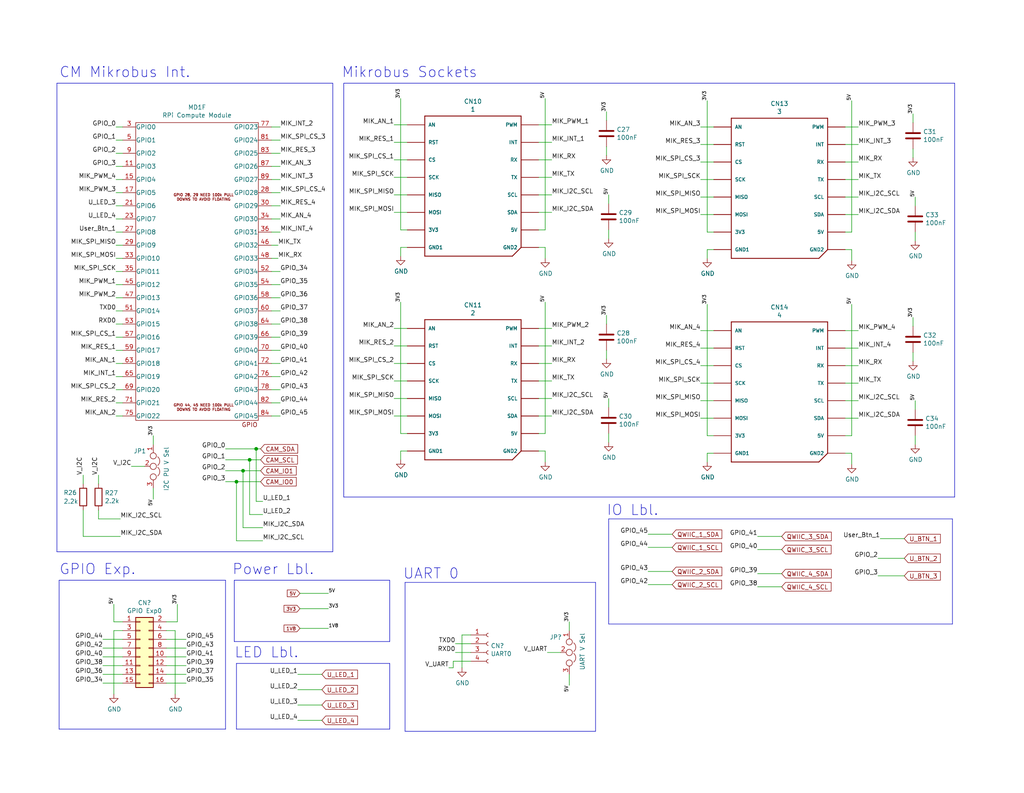
<source format=kicad_sch>
(kicad_sch (version 20230121) (generator eeschema)
  (paper "User" 297.002 229.997)
  (title_block (title "Jupiter Model A") (date "2020-05-23") (rev "0.1") (company "Francesco Ficili"))
  (junction (at 72.39 133.35))
  (junction (at 68.58 139.7))
  (junction (at 74.295 130.175))
  (junction (at 70.485 136.525))
  (wire (pts (xy 35.56 185.42) (xy 29.845 185.42)))
  (wire (pts (xy 187.96 154.94) (xy 194.945 154.94)))
  (wire (pts (xy 187.96 158.75) (xy 194.945 158.75)))
  (wire (pts (xy 86.36 204.47) (xy 93.345 204.47)))
  (wire (pts (xy 254.635 161.925) (xy 262.255 161.925)))
  (wire (pts (xy 245.11 106.045) (xy 248.92 106.045)))
  (wire (pts (xy 78.74 67.31) (xy 81.28 67.31)))
  (wire (pts (xy 156.21 100.33) (xy 160.02 100.33)))
  (wire (pts (xy 207.01 131.445) (xy 205.105 131.445)))
  (wire (pts (xy 68.58 139.7) (xy 65.405 139.7)))
  (wire (pts (xy 78.74 48.26) (xy 81.28 48.26)))
  (wire (pts (xy 207.01 52.07) (xy 203.2 52.07)))
  (polyline (pts (xy 68.58 211.455) (xy 113.03 211.455)))
  (wire (pts (xy 78.74 101.6) (xy 81.28 101.6)))
  (wire (pts (xy 78.74 78.74) (xy 81.28 78.74)))
  (wire (pts (xy 158.75 189.23) (xy 162.56 189.23)))
  (wire (pts (xy 35.56 63.5) (xy 33.655 63.5)))
  (wire (pts (xy 28.575 150.495) (xy 28.575 147.955)))
  (polyline (pts (xy 67.945 186.055) (xy 113.03 186.055)))
  (wire (pts (xy 245.11 72.39) (xy 247.015 72.39)))
  (wire (pts (xy 51.435 180.34) (xy 51.435 175.26)))
  (wire (pts (xy 35.56 97.79) (xy 33.655 97.79)))
  (wire (pts (xy 34.925 155.575) (xy 24.13 155.575)))
  (wire (pts (xy 265.43 116.205) (xy 265.43 118.745)))
  (polyline (pts (xy 65.405 168.275) (xy 65.405 211.455)))
  (polyline (pts (xy 16.51 160.02) (xy 96.52 160.02)))
  (wire (pts (xy 48.26 182.88) (xy 50.8 182.88)))
  (wire (pts (xy 86.36 200.025) (xy 93.345 200.025)))
  (wire (pts (xy 156.21 115.57) (xy 160.02 115.57)))
  (wire (pts (xy 72.39 133.35) (xy 65.405 133.35)))
  (wire (pts (xy 38.1 135.255) (xy 41.91 135.255)))
  (wire (pts (xy 35.56 55.88) (xy 33.655 55.88)))
  (wire (pts (xy 118.11 105.41) (xy 114.3 105.41)))
  (wire (pts (xy 247.015 131.445) (xy 247.015 134.62)))
  (wire (pts (xy 48.26 193.04) (xy 53.975 193.04)))
  (wire (pts (xy 219.71 170.18) (xy 226.695 170.18)))
  (wire (pts (xy 158.115 130.81) (xy 158.115 133.985)))
  (polyline (pts (xy 113.03 211.455) (xy 113.03 192.405)))
  (wire (pts (xy 203.2 100.965) (xy 207.01 100.965)))
  (wire (pts (xy 35.56 86.36) (xy 33.655 86.36)))
  (wire (pts (xy 72.39 133.35) (xy 72.39 149.225)))
  (polyline (pts (xy 176.53 150.495) (xy 276.225 150.495)))
  (wire (pts (xy 35.56 59.69) (xy 33.655 59.69)))
  (wire (pts (xy 156.21 61.595) (xy 160.02 61.595)))
  (wire (pts (xy 245.11 36.83) (xy 248.92 36.83)))
  (wire (pts (xy 35.56 182.88) (xy 33.02 182.88)))
  (wire (pts (xy 245.11 131.445) (xy 247.015 131.445)))
  (polyline (pts (xy 96.52 24.13) (xy 96.52 160.02)))
  (wire (pts (xy 219.71 155.575) (xy 226.695 155.575)))
  (wire (pts (xy 205.105 67.31) (xy 205.105 29.21)))
  (wire (pts (xy 70.485 153.035) (xy 76.2 153.035)))
  (wire (pts (xy 219.71 159.385) (xy 226.695 159.385)))
  (wire (pts (xy 50.8 182.88) (xy 50.8 201.295)))
  (wire (pts (xy 118.11 110.49) (xy 114.3 110.49)))
  (wire (pts (xy 175.895 32.385) (xy 175.895 34.925)))
  (wire (pts (xy 35.56 71.12) (xy 33.655 71.12)))
  (wire (pts (xy 78.74 116.84) (xy 81.28 116.84)))
  (wire (pts (xy 158.115 71.755) (xy 158.115 74.93)))
  (wire (pts (xy 78.74 93.98) (xy 81.28 93.98)))
  (wire (pts (xy 78.74 113.03) (xy 81.28 113.03)))
  (wire (pts (xy 165.1 195.58) (xy 165.1 198.755)))
  (polyline (pts (xy 176.53 180.975) (xy 276.225 180.975)))
  (wire (pts (xy 35.56 93.98) (xy 33.655 93.98)))
  (wire (pts (xy 176.53 66.675) (xy 176.53 69.215)))
  (wire (pts (xy 33.02 182.88) (xy 33.02 201.295)))
  (polyline (pts (xy 113.03 186.055) (xy 113.03 168.275)))
  (wire (pts (xy 207.01 121.285) (xy 203.2 121.285)))
  (wire (pts (xy 72.39 149.225) (xy 76.2 149.225)))
  (wire (pts (xy 207.01 72.39) (xy 205.105 72.39)))
  (wire (pts (xy 131.445 191.77) (xy 131.445 193.675)))
  (wire (pts (xy 156.21 110.49) (xy 160.02 110.49)))
  (polyline (pts (xy 117.475 212.09) (xy 172.72 212.09)))
  (wire (pts (xy 78.74 52.07) (xy 81.28 52.07)))
  (wire (pts (xy 44.45 126.365) (xy 44.45 128.905)))
  (wire (pts (xy 78.74 44.45) (xy 81.28 44.45)))
  (wire (pts (xy 158.115 66.675) (xy 158.115 28.575)))
  (polyline (pts (xy 276.86 144.145) (xy 276.86 24.13)))
  (wire (pts (xy 176.53 115.57) (xy 176.53 118.11)))
  (wire (pts (xy 35.56 193.04) (xy 29.845 193.04)))
  (wire (pts (xy 68.58 156.845) (xy 76.2 156.845)))
  (wire (pts (xy 175.895 42.545) (xy 175.895 45.085)))
  (wire (pts (xy 265.43 57.15) (xy 265.43 59.69)))
  (wire (pts (xy 156.21 130.81) (xy 158.115 130.81)))
  (wire (pts (xy 156.21 46.355) (xy 160.02 46.355)))
  (polyline (pts (xy 172.72 168.91) (xy 117.475 168.91)))
  (wire (pts (xy 114.3 41.275) (xy 118.11 41.275)))
  (wire (pts (xy 86.995 182.245) (xy 95.25 182.245)))
  (wire (pts (xy 75.565 133.35) (xy 72.39 133.35)))
  (wire (pts (xy 207.01 46.99) (xy 203.2 46.99)))
  (wire (pts (xy 207.01 62.23) (xy 203.2 62.23)))
  (wire (pts (xy 118.11 130.81) (xy 116.205 130.81)))
  (wire (pts (xy 78.74 55.88) (xy 81.28 55.88)))
  (wire (pts (xy 156.21 125.73) (xy 158.115 125.73)))
  (wire (pts (xy 35.56 74.93) (xy 33.655 74.93)))
  (wire (pts (xy 205.105 72.39) (xy 205.105 74.93)))
  (polyline (pts (xy 65.405 211.455) (xy 17.145 211.455)))
  (wire (pts (xy 35.56 78.74) (xy 33.655 78.74)))
  (wire (pts (xy 264.795 33.02) (xy 264.795 35.56)))
  (wire (pts (xy 35.56 44.45) (xy 33.655 44.45)))
  (wire (pts (xy 118.11 125.73) (xy 116.205 125.73)))
  (wire (pts (xy 136.525 184.15) (xy 133.985 184.15)))
  (wire (pts (xy 118.11 56.515) (xy 114.3 56.515)))
  (wire (pts (xy 136.525 186.69) (xy 132.08 186.69)))
  (polyline (pts (xy 17.145 168.275) (xy 17.145 211.455)))
  (wire (pts (xy 48.26 185.42) (xy 53.975 185.42)))
  (wire (pts (xy 78.74 86.36) (xy 81.28 86.36)))
  (wire (pts (xy 255.27 156.21) (xy 262.255 156.21)))
  (wire (pts (xy 245.11 46.99) (xy 248.92 46.99)))
  (wire (pts (xy 207.01 95.885) (xy 203.2 95.885)))
  (wire (pts (xy 175.895 101.6) (xy 175.895 104.14)))
  (wire (pts (xy 245.11 67.31) (xy 247.015 67.31)))
  (wire (pts (xy 118.11 61.595) (xy 114.3 61.595)))
  (wire (pts (xy 35.56 67.31) (xy 33.655 67.31)))
  (wire (pts (xy 219.71 166.37) (xy 226.695 166.37)))
  (wire (pts (xy 245.11 52.07) (xy 248.92 52.07)))
  (wire (pts (xy 207.01 57.15) (xy 203.2 57.15)))
  (wire (pts (xy 175.895 91.44) (xy 175.895 93.98)))
  (wire (pts (xy 187.96 169.545) (xy 194.945 169.545)))
  (wire (pts (xy 118.11 51.435) (xy 114.3 51.435)))
  (wire (pts (xy 187.96 165.735) (xy 194.945 165.735)))
  (wire (pts (xy 86.36 208.915) (xy 93.345 208.915)))
  (wire (pts (xy 156.21 36.195) (xy 160.02 36.195)))
  (wire (pts (xy 48.26 195.58) (xy 53.975 195.58)))
  (wire (pts (xy 207.01 36.83) (xy 203.2 36.83)))
  (wire (pts (xy 74.295 130.175) (xy 65.405 130.175)))
  (wire (pts (xy 78.74 90.17) (xy 81.28 90.17)))
  (wire (pts (xy 24.13 140.335) (xy 24.13 137.795)))
  (wire (pts (xy 35.56 187.96) (xy 29.845 187.96)))
  (wire (pts (xy 48.26 187.96) (xy 53.975 187.96)))
  (wire (pts (xy 205.105 126.365) (xy 205.105 88.265)))
  (wire (pts (xy 35.56 116.84) (xy 33.655 116.84)))
  (wire (pts (xy 35.56 82.55) (xy 33.655 82.55)))
  (polyline (pts (xy 113.03 192.405) (xy 68.58 192.405)))
  (wire (pts (xy 78.74 63.5) (xy 81.28 63.5)))
  (polyline (pts (xy 172.72 212.09) (xy 172.72 168.91)))
  (wire (pts (xy 254.635 167.005) (xy 262.255 167.005)))
  (wire (pts (xy 247.015 72.39) (xy 247.015 75.565)))
  (wire (pts (xy 35.56 195.58) (xy 29.845 195.58)))
  (wire (pts (xy 78.74 109.22) (xy 81.28 109.22)))
  (wire (pts (xy 35.56 109.22) (xy 33.655 109.22)))
  (wire (pts (xy 116.205 66.675) (xy 116.205 28.575)))
  (wire (pts (xy 35.56 120.65) (xy 33.655 120.65)))
  (wire (pts (xy 133.985 184.15) (xy 133.985 193.675)))
  (polyline (pts (xy 176.53 150.495) (xy 176.53 180.975)))
  (wire (pts (xy 75.565 139.7) (xy 68.58 139.7)))
  (wire (pts (xy 207.01 116.205) (xy 203.2 116.205)))
  (wire (pts (xy 35.56 198.12) (xy 29.845 198.12)))
  (wire (pts (xy 70.485 136.525) (xy 65.405 136.525)))
  (wire (pts (xy 75.565 130.175) (xy 74.295 130.175)))
  (wire (pts (xy 44.45 141.605) (xy 44.45 144.78)))
  (wire (pts (xy 205.105 131.445) (xy 205.105 133.985)))
  (wire (pts (xy 86.995 176.53) (xy 95.25 176.53)))
  (wire (pts (xy 116.205 125.73) (xy 116.205 87.63)))
  (wire (pts (xy 78.74 36.83) (xy 81.28 36.83)))
  (wire (pts (xy 35.56 190.5) (xy 29.845 190.5)))
  (polyline (pts (xy 276.86 24.13) (xy 99.695 24.13)))
  (wire (pts (xy 78.74 105.41) (xy 81.28 105.41)))
  (wire (pts (xy 35.56 40.64) (xy 33.655 40.64)))
  (wire (pts (xy 68.58 139.7) (xy 68.58 156.845)))
  (wire (pts (xy 156.21 105.41) (xy 160.02 105.41)))
  (wire (pts (xy 48.26 180.34) (xy 51.435 180.34)))
  (wire (pts (xy 156.21 56.515) (xy 160.02 56.515)))
  (wire (pts (xy 35.56 52.07) (xy 33.655 52.07)))
  (polyline (pts (xy 16.51 24.13) (xy 96.52 24.13)))
  (wire (pts (xy 203.2 41.91) (xy 207.01 41.91)))
  (wire (pts (xy 207.01 111.125) (xy 203.2 111.125)))
  (polyline (pts (xy 276.225 150.495) (xy 276.225 180.975)))
  (wire (pts (xy 165.1 180.34) (xy 165.1 182.88)))
  (wire (pts (xy 118.11 71.755) (xy 116.205 71.755)))
  (wire (pts (xy 245.11 57.15) (xy 248.92 57.15)))
  (wire (pts (xy 118.11 120.65) (xy 114.3 120.65)))
  (wire (pts (xy 78.74 40.64) (xy 81.28 40.64)))
  (wire (pts (xy 156.21 120.65) (xy 160.02 120.65)))
  (wire (pts (xy 114.3 100.33) (xy 118.11 100.33)))
  (wire (pts (xy 35.56 113.03) (xy 33.655 113.03)))
  (wire (pts (xy 136.525 189.23) (xy 132.08 189.23)))
  (polyline (pts (xy 16.51 24.13) (xy 16.51 160.02)))
  (wire (pts (xy 78.74 71.12) (xy 80.645 71.12)))
  (wire (pts (xy 158.115 125.73) (xy 158.115 87.63)))
  (wire (pts (xy 86.995 172.085) (xy 95.25 172.085)))
  (wire (pts (xy 75.565 136.525) (xy 70.485 136.525)))
  (wire (pts (xy 35.56 48.26) (xy 33.655 48.26)))
  (polyline (pts (xy 99.695 144.145) (xy 276.86 144.145)))
  (wire (pts (xy 176.53 125.73) (xy 176.53 128.27)))
  (wire (pts (xy 207.01 67.31) (xy 205.105 67.31)))
  (wire (pts (xy 156.21 51.435) (xy 160.02 51.435)))
  (wire (pts (xy 207.01 106.045) (xy 203.2 106.045)))
  (wire (pts (xy 247.015 126.365) (xy 247.015 88.265)))
  (wire (pts (xy 264.795 43.18) (xy 264.795 45.72)))
  (wire (pts (xy 245.11 95.885) (xy 248.92 95.885)))
  (wire (pts (xy 156.21 71.755) (xy 158.115 71.755)))
  (wire (pts (xy 264.795 92.075) (xy 264.795 94.615)))
  (wire (pts (xy 35.56 101.6) (xy 33.655 101.6)))
  (wire (pts (xy 78.74 82.55) (xy 81.28 82.55)))
  (wire (pts (xy 35.56 105.41) (xy 33.655 105.41)))
  (wire (pts (xy 118.11 66.675) (xy 116.205 66.675)))
  (wire (pts (xy 245.11 41.91) (xy 248.92 41.91)))
  (wire (pts (xy 118.11 36.195) (xy 114.3 36.195)))
  (wire (pts (xy 156.21 95.25) (xy 160.02 95.25)))
  (polyline (pts (xy 117.475 168.91) (xy 117.475 212.09)))
  (wire (pts (xy 118.11 115.57) (xy 114.3 115.57)))
  (wire (pts (xy 245.11 126.365) (xy 247.015 126.365)))
  (wire (pts (xy 265.43 67.31) (xy 265.43 69.85)))
  (wire (pts (xy 264.795 102.235) (xy 264.795 104.775)))
  (wire (pts (xy 118.11 46.355) (xy 114.3 46.355)))
  (wire (pts (xy 245.11 62.23) (xy 248.92 62.23)))
  (wire (pts (xy 33.02 180.34) (xy 33.02 175.26)))
  (wire (pts (xy 24.13 155.575) (xy 24.13 147.955)))
  (wire (pts (xy 78.74 97.79) (xy 81.28 97.79)))
  (wire (pts (xy 74.295 130.175) (xy 74.295 145.415)))
  (polyline (pts (xy 17.145 168.275) (xy 65.405 168.275)))
  (wire (pts (xy 245.11 121.285) (xy 248.92 121.285)))
  (wire (pts (xy 48.26 190.5) (xy 53.975 190.5)))
  (wire (pts (xy 35.56 90.17) (xy 33.655 90.17)))
  (wire (pts (xy 118.11 95.25) (xy 114.3 95.25)))
  (wire (pts (xy 265.43 126.365) (xy 265.43 128.905)))
  (wire (pts (xy 116.205 130.81) (xy 116.205 133.35)))
  (wire (pts (xy 156.21 66.675) (xy 158.115 66.675)))
  (wire (pts (xy 35.56 36.83) (xy 33.655 36.83)))
  (wire (pts (xy 245.11 116.205) (xy 248.92 116.205)))
  (wire (pts (xy 176.53 56.515) (xy 176.53 59.055)))
  (wire (pts (xy 74.295 145.415) (xy 76.2 145.415)))
  (wire (pts (xy 245.11 100.965) (xy 248.92 100.965)))
  (wire (pts (xy 78.74 120.65) (xy 81.28 120.65)))
  (polyline (pts (xy 68.58 192.405) (xy 68.58 211.455)))
  (polyline (pts (xy 99.695 24.13) (xy 99.695 144.145)))
  (wire (pts (xy 78.74 59.69) (xy 81.28 59.69)))
  (wire (pts (xy 156.21 41.275) (xy 160.02 41.275)))
  (wire (pts (xy 78.74 74.93) (xy 80.645 74.93)))
  (wire (pts (xy 28.575 140.335) (xy 28.575 137.795)))
  (wire (pts (xy 245.11 111.125) (xy 248.92 111.125)))
  (wire (pts (xy 116.205 71.755) (xy 116.205 74.295)))
  (wire (pts (xy 247.015 67.31) (xy 247.015 29.21)))
  (wire (pts (xy 86.36 195.58) (xy 93.345 195.58)))
  (polyline (pts (xy 67.945 168.275) (xy 113.03 168.275)))
  (polyline (pts (xy 67.945 168.275) (xy 67.945 186.055)))
  (wire (pts (xy 131.445 193.675) (xy 130.175 193.675)))
  (wire (pts (xy 131.445 191.77) (xy 136.525 191.77)))
  (wire (pts (xy 35.56 180.34) (xy 33.02 180.34)))
  (wire (pts (xy 48.26 198.12) (xy 53.975 198.12)))
  (wire (pts (xy 207.01 126.365) (xy 205.105 126.365)))
  (wire (pts (xy 34.925 150.495) (xy 28.575 150.495)))
  (wire (pts (xy 70.485 136.525) (xy 70.485 153.035)))
  (text "GPIO Exp." (at 17.145 167.005 0) (effects (font (size 2.9972 2.9972)) (justify left bottom)))
  (text "IO Lbl." (at 175.895 149.86 0) (effects (font (size 2.9972 2.9972)) (justify left bottom)))
  (text "CM Mikrobus Int." (at 17.145 22.86 0) (effects (font (size 2.9972 2.9972)) (justify left bottom)))
  (text "UART 0" (at 116.84 168.275 0) (effects (font (size 2.9972 2.9972)) (justify left bottom)))
  (text "Mikrobus Sockets" (at 99.06 22.86 0) (effects (font (size 2.9972 2.9972)) (justify left bottom)))
  (text "Power Lbl." (at 67.31 167.005 0) (effects (font (size 2.9972 2.9972)) (justify left bottom)))
  (text "LED Lbl." (at 67.945 191.135 0) (effects (font (size 2.9972 2.9972)) (justify left bottom)))
  (label "GPIO_36" (at 81.28 86.36 0))
  (label "MIK_PWM_1" (at 160.02 36.195 0))
  (label "GPIO_35" (at 81.28 82.55 0))
  (label "GPIO_42" (at 29.845 187.96 180))
  (label "MIK_AN_3" (at 203.2 36.83 180))
  (label "GPIO_1" (at 65.405 133.35 180))
  (label "MIK_I2C_SDA" (at 76.2 153.035 0))
  (label "MIK_SPI_CS_3" (at 203.2 46.99 180))
  (label "MIK_SPI_SCK" (at 114.3 51.435 180))
  (label "MIK_INT_4" (at 248.92 100.965 0))
  (label "MIK_PWM_2" (at 160.02 95.25 0))
  (label "GPIO_38" (at 219.71 170.18 180))
  (label "MIK_SPI_MISO" (at 203.2 116.205 180))
  (label "GPIO_41" (at 53.975 190.5 0))
  (label "GPIO_40" (at 81.28 101.6 0))
  (label "MIK_SPI_MISO" (at 33.655 71.12 180))
  (label "GPIO_3" (at 254.635 167.005 180))
  (label "MIK_I2C_SDA" (at 34.925 155.575 0))
  (label "MIK_SPI_MISO" (at 114.3 56.515 180))
  (label "GPIO_35" (at 53.975 198.12 0))
  (label "MIK_RES_1" (at 114.3 41.275 180))
  (label "MIK_PWM_1" (at 33.655 82.55 180))
  (label "MIK_AN_4" (at 203.2 95.885 180))
  (label "GPIO_38" (at 81.28 93.98 0))
  (label "3V3" (at 51.435 175.26 90) (effects (font (size 0.9906 0.9906))))
  (label "TXD0" (at 33.655 90.17 180))
  (label "User_Btn_1" (at 255.27 156.21 180))
  (label "MIK_INT_2" (at 81.28 36.83 0))
  (label "U_LED_1" (at 86.36 195.58 180))
  (label "MIK_SPI_CS_1" (at 33.655 97.79 180))
  (label "GPIO_3" (at 65.405 139.7 180))
  (label "GPIO_37" (at 53.975 195.58 0))
  (label "MIK_SPI_CS_2" (at 114.3 105.41 180))
  (label "MIK_PWM_3" (at 33.655 55.88 180))
  (label "User_Btn_1" (at 33.655 67.31 180))
  (label "GPIO_37" (at 81.28 90.17 0))
  (label "5V" (at 247.015 88.265 90) (effects (font (size 0.9906 0.9906))))
  (label "MIK_SPI_CS_4" (at 81.28 55.88 0))
  (label "MIK_SPI_SCK" (at 203.2 111.125 180))
  (label "3V3" (at 264.795 92.075 90) (effects (font (size 0.9906 0.9906))))
  (label "MIK_AN_1" (at 114.3 36.195 180))
  (label "MIK_I2C_SDA" (at 248.92 62.23 0))
  (label "MIK_PWM_3" (at 248.92 36.83 0))
  (label "MIK_AN_2" (at 114.3 95.25 180))
  (label "3V3" (at 205.105 29.21 90) (effects (font (size 0.9906 0.9906))))
  (label "GPIO_36" (at 29.845 195.58 180))
  (label "MIK_INT_3" (at 248.92 41.91 0))
  (label "MIK_SPI_SCK" (at 203.2 52.07 180))
  (label "MIK_I2C_SCL" (at 34.925 150.495 0))
  (label "MIK_SPI_MOSI" (at 203.2 62.23 180))
  (label "MIK_I2C_SCL" (at 248.92 116.205 0))
  (label "GPIO_2" (at 33.655 44.45 180))
  (label "MIK_INT_1" (at 33.655 109.22 180))
  (label "MIK_SPI_MOSI" (at 114.3 61.595 180))
  (label "5V" (at 265.43 57.15 90) (effects (font (size 0.9906 0.9906))))
  (label "MIK_AN_1" (at 33.655 105.41 180))
  (label "V_I2C" (at 38.1 135.255 180))
  (label "MIK_TX" (at 160.02 51.435 0))
  (label "5V" (at 165.1 198.755 270) (effects (font (size 0.9906 0.9906))))
  (label "MIK_I2C_SDA" (at 248.92 121.285 0))
  (label "MIK_SPI_MISO" (at 114.3 115.57 180))
  (label "GPIO_41" (at 81.28 105.41 0))
  (label "MIK_SPI_MISO" (at 203.2 57.15 180))
  (label "GPIO_44" (at 187.96 158.75 180))
  (label "3V3" (at 205.105 88.265 90) (effects (font (size 0.9906 0.9906))))
  (label "MIK_AN_4" (at 81.28 63.5 0))
  (label "RXD0" (at 132.08 189.23 180))
  (label "MIK_RX" (at 160.02 46.355 0))
  (label "MIK_SPI_CS_1" (at 114.3 46.355 180))
  (label "MIK_RES_3" (at 81.28 44.45 0))
  (label "5V" (at 176.53 115.57 90) (effects (font (size 0.9906 0.9906))))
  (label "MIK_I2C_SDA" (at 160.02 61.595 0))
  (label "GPIO_2" (at 65.405 136.525 180))
  (label "5V" (at 95.25 172.085 0) (effects (font (size 0.9906 0.9906))))
  (label "GPIO_34" (at 81.28 78.74 0))
  (label "MIK_RX" (at 80.645 74.93 0))
  (label "MIK_TX" (at 80.645 71.12 0))
  (label "MIK_I2C_SCL" (at 248.92 57.15 0))
  (label "5V" (at 33.02 175.26 90) (effects (font (size 0.9906 0.9906))))
  (label "5V" (at 176.53 56.515 90) (effects (font (size 0.9906 0.9906))))
  (label "3V3" (at 116.205 87.63 90) (effects (font (size 0.9906 0.9906))))
  (label "MIK_SPI_SCK" (at 114.3 110.49 180))
  (label "MIK_RES_4" (at 81.28 59.69 0))
  (label "3V3" (at 175.895 91.44 90) (effects (font (size 0.9906 0.9906))))
  (label "MIK_TX" (at 248.92 52.07 0))
  (label "V_I2C" (at 24.13 137.795 90))
  (label "MIK_INT_1" (at 160.02 41.275 0))
  (label "U_LED_3" (at 86.36 204.47 180))
  (label "MIK_RES_3" (at 203.2 41.91 180))
  (label "MIK_PWM_4" (at 248.92 95.885 0))
  (label "GPIO_38" (at 29.845 193.04 180))
  (label "U_LED_4" (at 33.655 63.5 180))
  (label "GPIO_43" (at 187.96 165.735 180))
  (label "3V3" (at 264.795 33.02 90) (effects (font (size 0.9906 0.9906))))
  (label "GPIO_45" (at 187.96 154.94 180))
  (label "V_I2C" (at 28.575 137.795 90))
  (label "GPIO_42" (at 81.28 109.22 0))
  (label "MIK_INT_2" (at 160.02 100.33 0))
  (label "MIK_INT_4" (at 81.28 67.31 0))
  (label "MIK_PWM_4" (at 33.655 52.07 180))
  (label "MIK_I2C_SDA" (at 160.02 120.65 0))
  (label "1V8" (at 95.25 182.245 0) (effects (font (size 0.9906 0.9906))))
  (label "MIK_SPI_CS_3" (at 81.28 40.64 0))
  (label "MIK_AN_2" (at 33.655 120.65 180))
  (label "MIK_RES_2" (at 33.655 116.84 180))
  (label "3V3" (at 116.205 28.575 90) (effects (font (size 0.9906 0.9906))))
  (label "GPIO_39" (at 53.975 193.04 0))
  (label "GPIO_2" (at 254.635 161.925 180))
  (label "U_LED_4" (at 86.36 208.915 180))
  (label "3V3" (at 95.25 176.53 0) (effects (font (size 0.9906 0.9906))))
  (label "3V3" (at 44.45 126.365 90) (effects (font (size 0.9906 0.9906))))
  (label "GPIO_34" (at 29.845 198.12 180))
  (label "RXD0" (at 33.655 93.98 180))
  (label "U_LED_2" (at 86.36 200.025 180))
  (label "GPIO_0" (at 33.655 36.83 180))
  (label "GPIO_39" (at 81.28 97.79 0))
  (label "MIK_SPI_CS_2" (at 33.655 113.03 180))
  (label "V_UART" (at 130.175 193.675 180))
  (label "5V" (at 265.43 116.205 90) (effects (font (size 0.9906 0.9906))))
  (label "MIK_INT_3" (at 81.28 52.07 0))
  (label "MIK_I2C_SCL" (at 160.02 56.515 0))
  (label "5V" (at 158.115 28.575 90) (effects (font (size 0.9906 0.9906))))
  (label "GPIO_1" (at 33.655 40.64 180))
  (label "GPIO_43" (at 81.28 113.03 0))
  (label "MIK_RX" (at 160.02 105.41 0))
  (label "MIK_TX" (at 248.92 111.125 0))
  (label "MIK_SPI_SCK" (at 33.655 78.74 180))
  (label "MIK_RX" (at 248.92 46.99 0))
  (label "MIK_I2C_SCL" (at 160.02 115.57 0))
  (label "TXD0" (at 132.08 186.69 180))
  (label "MIK_RES_1" (at 33.655 101.6 180))
  (label "U_LED_3" (at 33.655 59.69 180))
  (label "GPIO_44" (at 81.28 116.84 0))
  (label "MIK_I2C_SCL" (at 76.2 156.845 0))
  (label "5V" (at 247.015 29.21 90) (effects (font (size 0.9906 0.9906))))
  (label "MIK_SPI_MOSI" (at 203.2 121.285 180))
  (label "GPIO_40" (at 219.71 159.385 180))
  (label "MIK_SPI_MOSI" (at 33.655 74.93 180))
  (label "GPIO_3" (at 33.655 48.26 180))
  (label "MIK_RES_4" (at 203.2 100.965 180))
  (label "U_LED_2" (at 76.2 149.225 0))
  (label "3V3" (at 165.1 180.34 90) (effects (font (size 0.9906 0.9906))))
  (label "GPIO_45" (at 81.28 120.65 0))
  (label "MIK_SPI_CS_4" (at 203.2 106.045 180))
  (label "5V" (at 158.115 87.63 90) (effects (font (size 0.9906 0.9906))))
  (label "GPIO_41" (at 219.71 155.575 180))
  (label "MIK_RES_2" (at 114.3 100.33 180))
  (label "GPIO_44" (at 29.845 185.42 180))
  (label "GPIO_45" (at 53.975 185.42 0))
  (label "3V3" (at 175.895 32.385 90) (effects (font (size 0.9906 0.9906))))
  (label "MIK_PWM_2" (at 33.655 86.36 180))
  (label "5V" (at 44.45 144.78 270) (effects (font (size 0.9906 0.9906))))
  (label "GPIO_43" (at 53.975 187.96 0))
  (label "GPIO_42" (at 187.96 169.545 180))
  (label "GPIO_39" (at 219.71 166.37 180))
  (label "MIK_RX" (at 248.92 106.045 0))
  (label "GPIO_40" (at 29.845 190.5 180))
  (label "U_LED_1" (at 76.2 145.415 0))
  (label "V_UART" (at 158.75 189.23 180))
  (label "MIK_AN_3" (at 81.28 48.26 0))
  (label "MIK_SPI_MOSI" (at 114.3 120.65 180))
  (label "GPIO_0" (at 65.405 130.175 180))
  (label "MIK_TX" (at 160.02 110.49 0))
  (global_label "3V3" (shape input) (at 86.995 176.53 180) (effects (font (size 0.9906 0.9906))) (property "Intersheetrefs" "${INTERSHEET_REFS}" (effects hide)))
  (global_label "QWIIC_2_SDA" (shape input) (at 194.945 165.735 0) (property "Intersheetrefs" "${INTERSHEET_REFS}" (effects hide)))
  (global_label "QWIIC_2_SCL" (shape input) (at 194.945 169.545 0) (property "Intersheetrefs" "${INTERSHEET_REFS}" (effects hide)))
  (global_label "QWIIC_1_SCL" (shape input) (at 194.945 158.75 0) (property "Intersheetrefs" "${INTERSHEET_REFS}" (effects hide)))
  (global_label "U_BTN_2" (shape input) (at 262.255 161.925 0) (property "Intersheetrefs" "${INTERSHEET_REFS}" (effects hide)))
  (global_label "U_LED_4" (shape input) (at 93.345 208.915 0) (property "Intersheetrefs" "${INTERSHEET_REFS}" (effects hide)))
  (global_label "U_BTN_3" (shape input) (at 262.255 167.005 0) (property "Intersheetrefs" "${INTERSHEET_REFS}" (effects hide)))
  (global_label "CAM_IO1" (shape input) (at 75.565 136.525 0) (property "Intersheetrefs" "${INTERSHEET_REFS}" (effects hide)))
  (global_label "CAM_SCL" (shape input) (at 75.565 133.35 0) (property "Intersheetrefs" "${INTERSHEET_REFS}" (effects hide)))
  (global_label "U_LED_3" (shape input) (at 93.345 204.47 0) (property "Intersheetrefs" "${INTERSHEET_REFS}" (effects hide)))
  (global_label "QWIIC_4_SCL" (shape input) (at 226.695 170.18 0) (property "Intersheetrefs" "${INTERSHEET_REFS}" (effects hide)))
  (global_label "U_BTN_1" (shape input) (at 262.255 156.21 0) (property "Intersheetrefs" "${INTERSHEET_REFS}" (effects hide)))
  (global_label "QWIIC_1_SDA" (shape input) (at 194.945 154.94 0) (property "Intersheetrefs" "${INTERSHEET_REFS}" (effects hide)))
  (global_label "5V" (shape input) (at 86.995 172.085 180) (effects (font (size 0.9906 0.9906))) (property "Intersheetrefs" "${INTERSHEET_REFS}" (effects hide)))
  (global_label "QWIIC_3_SCL" (shape input) (at 226.695 159.385 0) (property "Intersheetrefs" "${INTERSHEET_REFS}" (effects hide)))
  (global_label "U_LED_1" (shape input) (at 93.345 195.58 0) (property "Intersheetrefs" "${INTERSHEET_REFS}" (effects hide)))
  (global_label "CAM_SDA" (shape input) (at 75.565 130.175 0) (property "Intersheetrefs" "${INTERSHEET_REFS}" (effects hide)))
  (global_label "U_LED_2" (shape input) (at 93.345 200.025 0) (property "Intersheetrefs" "${INTERSHEET_REFS}" (effects hide)))
  (global_label "1V8" (shape input) (at 86.995 182.245 180) (effects (font (size 0.9906 0.9906))) (property "Intersheetrefs" "${INTERSHEET_REFS}" (effects hide)))
  (global_label "QWIIC_4_SDA" (shape input) (at 226.695 166.37 0) (property "Intersheetrefs" "${INTERSHEET_REFS}" (effects hide)))
  (global_label "QWIIC_3_SDA" (shape input) (at 226.695 155.575 0) (property "Intersheetrefs" "${INTERSHEET_REFS}" (effects hide)))
  (global_label "CAM_IO0" (shape input) (at 75.565 139.7 0) (property "Intersheetrefs" "${INTERSHEET_REFS}" (effects hide)))
  (symbol (lib_id "Jupiter-rescue:Board_RPi_CM3lite_200pConnector_multipart-RPi_CM") (at 57.15 78.74 0) (unit 6)
    (property "Reference" "MD1" (at 57.15 31.115 0))
    (property "Value" "RPi Compute Module" (at 57.15 33.4264 0))
    (property "Footprint" "RPi_CM:Conn_TE-DDR2-SODIMM-0.6-200P-doublesided" (effects hide))
    (property "Datasheet" "_" (effects hide))
    (property "Manf#" "TE-DDR2-SODIMM-0.6-200P-doublesided" (effects hide))
    (property "Manf" "SODIMM 200" (effects hide))
    (property "Optn" "_" (effects hide))
  )
  (symbol (lib_id "power:GND") (at 116.205 74.295 0) (unit 1)
    (property "Reference" "#PWR064" (effects hide))
    (property "Value" "GND" (at 116.332 78.6892 0))
  )
  (symbol (lib_id "power:GND") (at 158.115 74.93 0) (unit 1)
    (property "Reference" "#PWR067" (effects hide))
    (property "Value" "GND" (at 158.242 79.3242 0))
  )
  (symbol (lib_id "Jupiter-rescue:MIKROBUS_HOST_CONN-mikroBUS") (at 123.19 74.295 0) (unit 1)
    (property "Reference" "CN10" (at 137.16 29.4132 0))
    (property "Value" "1" (at 137.16 31.7246 0))
    (property "Footprint" "mikroBUS:MIKROBUS_HOST_CONN" (effects hide))
    (property "Manf" "Mikrobus Socket - 2x PinHeader_2.54mm 1x08 female" (effects hide))
  )
  (symbol (lib_id "Device:C") (at 175.895 38.735 0) (unit 1)
    (property "Reference" "C27" (at 178.816 37.5666 0) (effects (justify left)))
    (property "Value" "100nF" (at 178.816 39.878 0) (effects (justify left)))
    (property "Footprint" "Capacitor_SMD:C_0805_2012Metric" (effects hide))
    (property "Manf" "0805_C" (effects hide))
  )
  (symbol (lib_id "Device:C") (at 176.53 62.865 0) (unit 1)
    (property "Reference" "C29" (at 179.451 61.6966 0) (effects (justify left)))
    (property "Value" "100nF" (at 179.451 64.008 0) (effects (justify left)))
    (property "Footprint" "Capacitor_SMD:C_0805_2012Metric" (effects hide))
    (property "Manf" "0805_C" (effects hide))
  )
  (symbol (lib_id "power:GND") (at 175.895 45.085 0) (unit 1)
    (property "Reference" "#PWR069" (effects hide))
    (property "Value" "GND" (at 176.022 49.4792 0))
  )
  (symbol (lib_id "power:GND") (at 176.53 69.215 0) (unit 1)
    (property "Reference" "#PWR071" (effects hide))
    (property "Value" "GND" (at 176.657 73.6092 0))
  )
  (symbol (lib_id "Jupiter-rescue:MIKROBUS_HOST_CONN-mikroBUS") (at 212.09 74.93 0) (unit 1)
    (property "Reference" "CN13" (at 226.06 30.0482 0))
    (property "Value" "3" (at 226.06 32.3596 0))
    (property "Footprint" "mikroBUS:MIKROBUS_HOST_CONN" (effects hide))
    (property "Manf" "Mikrobus Socket - 2x PinHeader_2.54mm 1x08 female" (effects hide))
  )
  (symbol (lib_id "power:GND") (at 205.105 74.93 0) (unit 1)
    (property "Reference" "#PWR073" (effects hide))
    (property "Value" "GND" (at 205.232 79.3242 0))
  )
  (symbol (lib_id "power:GND") (at 247.015 75.565 0) (unit 1)
    (property "Reference" "#PWR075" (effects hide))
    (property "Value" "GND" (at 247.142 79.9592 0))
  )
  (symbol (lib_id "Device:C") (at 264.795 39.37 0) (unit 1)
    (property "Reference" "C31" (at 267.716 38.2016 0) (effects (justify left)))
    (property "Value" "100nF" (at 267.716 40.513 0) (effects (justify left)))
    (property "Footprint" "Capacitor_SMD:C_0805_2012Metric" (effects hide))
    (property "Manf" "0805_C" (effects hide))
  )
  (symbol (lib_id "Device:C") (at 265.43 63.5 0) (unit 1)
    (property "Reference" "C33" (at 268.351 62.3316 0) (effects (justify left)))
    (property "Value" "100nF" (at 268.351 64.643 0) (effects (justify left)))
    (property "Footprint" "Capacitor_SMD:C_0805_2012Metric" (effects hide))
    (property "Manf" "0805_C" (effects hide))
  )
  (symbol (lib_id "power:GND") (at 264.795 45.72 0) (unit 1)
    (property "Reference" "#PWR077" (effects hide))
    (property "Value" "GND" (at 264.922 50.1142 0))
  )
  (symbol (lib_id "power:GND") (at 265.43 69.85 0) (unit 1)
    (property "Reference" "#PWR079" (effects hide))
    (property "Value" "GND" (at 265.557 74.2442 0))
  )
  (symbol (lib_id "Jupiter-rescue:MIKROBUS_HOST_CONN-mikroBUS") (at 123.19 133.35 0) (unit 1)
    (property "Reference" "CN11" (at 137.16 88.4682 0))
    (property "Value" "2" (at 137.16 90.7796 0))
    (property "Footprint" "mikroBUS:MIKROBUS_HOST_CONN" (effects hide))
    (property "Manf" "Mikrobus Socket - 2x PinHeader_2.54mm 1x08 female" (effects hide))
  )
  (symbol (lib_id "power:GND") (at 116.205 133.35 0) (unit 1)
    (property "Reference" "#PWR065" (effects hide))
    (property "Value" "GND" (at 116.332 137.7442 0))
  )
  (symbol (lib_id "power:GND") (at 158.115 133.985 0) (unit 1)
    (property "Reference" "#PWR068" (effects hide))
    (property "Value" "GND" (at 158.242 138.3792 0))
  )
  (symbol (lib_id "Device:C") (at 175.895 97.79 0) (unit 1)
    (property "Reference" "C28" (at 178.816 96.6216 0) (effects (justify left)))
    (property "Value" "100nF" (at 178.816 98.933 0) (effects (justify left)))
    (property "Footprint" "Capacitor_SMD:C_0805_2012Metric" (effects hide))
    (property "Manf" "0805_C" (effects hide))
  )
  (symbol (lib_id "Device:C") (at 176.53 121.92 0) (unit 1)
    (property "Reference" "C30" (at 179.451 120.7516 0) (effects (justify left)))
    (property "Value" "100nF" (at 179.451 123.063 0) (effects (justify left)))
    (property "Footprint" "Capacitor_SMD:C_0805_2012Metric" (effects hide))
    (property "Manf" "0805_C" (effects hide))
  )
  (symbol (lib_id "power:GND") (at 175.895 104.14 0) (unit 1)
    (property "Reference" "#PWR070" (effects hide))
    (property "Value" "GND" (at 176.022 108.5342 0))
  )
  (symbol (lib_id "power:GND") (at 176.53 128.27 0) (unit 1)
    (property "Reference" "#PWR072" (effects hide))
    (property "Value" "GND" (at 176.657 132.6642 0))
  )
  (symbol (lib_id "Jupiter-rescue:MIKROBUS_HOST_CONN-mikroBUS") (at 212.09 133.985 0) (unit 1)
    (property "Reference" "CN14" (at 226.06 89.1032 0))
    (property "Value" "4" (at 226.06 91.4146 0))
    (property "Footprint" "mikroBUS:MIKROBUS_HOST_CONN" (effects hide))
    (property "Manf" "Mikrobus Socket - 2x PinHeader_2.54mm 1x08 female" (effects hide))
  )
  (symbol (lib_id "power:GND") (at 205.105 133.985 0) (unit 1)
    (property "Reference" "#PWR074" (effects hide))
    (property "Value" "GND" (at 205.232 138.3792 0))
  )
  (symbol (lib_id "power:GND") (at 247.015 134.62 0) (unit 1)
    (property "Reference" "#PWR076" (effects hide))
    (property "Value" "GND" (at 247.142 139.0142 0))
  )
  (symbol (lib_id "Device:C") (at 264.795 98.425 0) (unit 1)
    (property "Reference" "C32" (at 267.716 97.2566 0) (effects (justify left)))
    (property "Value" "100nF" (at 267.716 99.568 0) (effects (justify left)))
    (property "Footprint" "Capacitor_SMD:C_0805_2012Metric" (effects hide))
    (property "Manf" "0805_C" (effects hide))
  )
  (symbol (lib_id "Device:C") (at 265.43 122.555 0) (unit 1)
    (property "Reference" "C34" (at 268.351 121.3866 0) (effects (justify left)))
    (property "Value" "100nF" (at 268.351 123.698 0) (effects (justify left)))
    (property "Footprint" "Capacitor_SMD:C_0805_2012Metric" (effects hide))
    (property "Manf" "0805_C" (effects hide))
  )
  (symbol (lib_id "power:GND") (at 264.795 104.775 0) (unit 1)
    (property "Reference" "#PWR078" (effects hide))
    (property "Value" "GND" (at 264.922 109.1692 0))
  )
  (symbol (lib_id "power:GND") (at 265.43 128.905 0) (unit 1)
    (property "Reference" "#PWR080" (effects hide))
    (property "Value" "GND" (at 265.557 133.2992 0))
  )
  (symbol (lib_id "Device:R") (at 28.575 144.145 0) (unit 1)
    (property "Reference" "R27" (at 30.353 142.9766 0) (effects (justify left)))
    (property "Value" "2.2k" (at 30.353 145.288 0) (effects (justify left)))
    (property "Footprint" "Resistor_SMD:R_0603_1608Metric" (effects hide))
    (property "Manf" "0603_R" (effects hide))
  )
  (symbol (lib_id "Device:R") (at 24.13 144.145 0) (unit 1)
    (property "Reference" "R26" (at 18.415 142.875 0) (effects (justify left)))
    (property "Value" "2.2k" (at 18.415 145.415 0) (effects (justify left)))
    (property "Footprint" "Resistor_SMD:R_0603_1608Metric" (effects hide))
    (property "Manf" "0603_R" (effects hide))
  )
  (symbol (lib_id "Jupiter-rescue:Jumper_NC_Dual-Device") (at 44.45 135.255 270) (unit 1)
    (property "Reference" "JP1" (at 38.735 130.81 90) (effects (justify left)))
    (property "Value" "I2C PU V Sel" (at 48.26 129.54 0) (effects (justify left)))
    (property "Footprint" "Connector_PinHeader_2.54mm:PinHeader_1x03_P2.54mm_Vertical" (effects hide))
    (property "Manf" "PinHeader_1x03 male" (effects hide))
  )
  (symbol (lib_id "Connector_Generic:Conn_02x08_Odd_Even") (at 40.64 187.96 0) (unit 1)
    (property "Reference" "CN?" (at 41.91 174.8282 0))
    (property "Value" "GPIO Exp0" (at 41.91 177.1396 0))
    (property "Footprint" "Connector_PinHeader_2.54mm:PinHeader_2x08_P2.54mm_Vertical" (effects hide))
    (property "Manf" "PinHeader_2.54mm 2x08 male" (effects hide))
    (instances (project "Jupiter" (path "" (reference "CN?") (unit 1)) (path "" (reference "CN9") (unit 1))))
  )
  (symbol (lib_id "power:GND") (at 33.02 201.295 0) (unit 1)
    (property "Reference" "#PWR?" (effects hide))
    (property "Value" "GND" (at 33.147 205.6892 0))
    (instances (project "Jupiter" (path "" (reference "#PWR?") (unit 1)) (path "" (reference "#PWR062") (unit 1))))
  )
  (symbol (lib_id "power:GND") (at 50.8 201.295 0) (unit 1)
    (property "Reference" "#PWR?" (effects hide))
    (property "Value" "GND" (at 50.927 205.6892 0))
    (instances (project "Jupiter" (path "" (reference "#PWR?") (unit 1)) (path "" (reference "#PWR063") (unit 1))))
  )
  (symbol (lib_id "Jupiter-rescue:Jumper_NC_Dual-Device") (at 165.1 189.23 270) (unit 1)
    (property "Reference" "JP?" (at 159.385 184.785 90) (effects (justify left)))
    (property "Value" "UART V Sel" (at 168.91 183.515 0) (effects (justify left)))
    (property "Footprint" "Connector_PinHeader_2.54mm:PinHeader_1x03_P2.54mm_Vertical" (effects hide))
    (property "Manf" "PinHeader_1x03 male" (effects hide))
    (instances (project "Jupiter" (path "" (reference "JP?") (unit 1)) (path "" (reference "JP2") (unit 1))))
  )
  (symbol (lib_id "Jupiter-rescue:Conn_01x04_Female-Connector") (at 141.605 186.69 0) (unit 1)
    (property "Reference" "CN?" (at 142.3162 187.2996 0) (effects (justify left)))
    (property "Value" "UART0" (at 142.3162 189.611 0) (effects (justify left)))
    (property "Footprint" "Connector_PinHeader_2.54mm:PinHeader_1x04_P2.54mm_Vertical" (effects hide))
    (property "Manf" "PinHeader_2.54mm 1x04 male" (effects hide))
    (instances (project "Jupiter" (path "" (reference "CN?") (unit 1)) (path "" (reference "CN12") (unit 1))))
  )
  (symbol (lib_id "power:GND") (at 133.985 193.675 0) (unit 1)
    (property "Reference" "#PWR?" (effects hide))
    (property "Value" "GND" (at 134.112 198.0692 0))
    (instances (project "Jupiter" (path "" (reference "#PWR?") (unit 1)) (path "" (reference "#PWR066") (unit 1))))
  )
)
</source>
